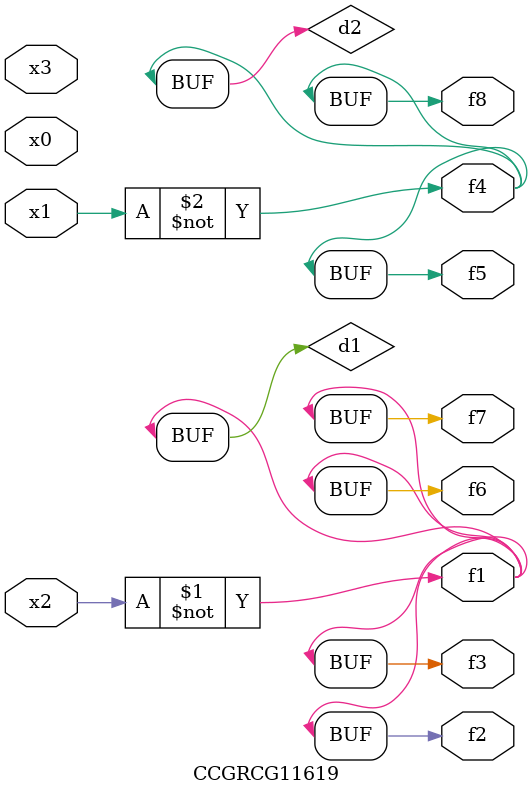
<source format=v>
module CCGRCG11619(
	input x0, x1, x2, x3,
	output f1, f2, f3, f4, f5, f6, f7, f8
);

	wire d1, d2;

	xnor (d1, x2);
	not (d2, x1);
	assign f1 = d1;
	assign f2 = d1;
	assign f3 = d1;
	assign f4 = d2;
	assign f5 = d2;
	assign f6 = d1;
	assign f7 = d1;
	assign f8 = d2;
endmodule

</source>
